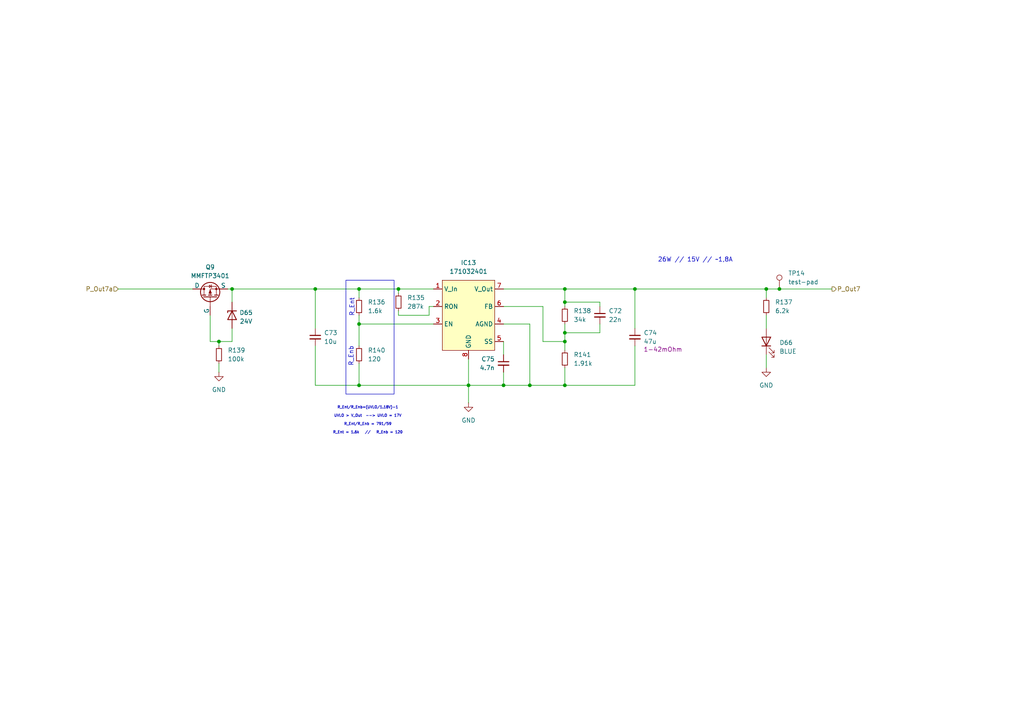
<source format=kicad_sch>
(kicad_sch (version 20231120) (generator "eeschema") (generator_version "8.0")
  (paper "A4")
  (title_block (title "PDU FT25") (date "2024-11-23") (rev "V1.1") (company "Janek Herm") (comment 1 "FaSTTUBe Electronics"))
  (lib_symbols
    (symbol "Connector:TestPoint" (pin_numbers hide) (pin_names (offset 0.762) hide)
      (property "Reference" "TP" (at 0 6.858 0))
      (property "Value" "TestPoint" (at 0 5.08 0))
      (symbol "TestPoint_0_1"
        (circle (center 0 3.302) (radius 0.762))
      )
      (symbol "TestPoint_1_1"
        (pin passive line (at 0 0 90) (length 2.54) (name "1") (number "1"))
      )
    )
    (symbol "Device:C_Small" (pin_numbers hide) (pin_names (offset 0.254) hide)
      (property "Reference" "C" (at 0.254 1.778 0))
      (property "Value" "C_Small" (at 0.254 -2.032 0))
      (symbol "C_Small_0_1"
        (polyline (pts (xy -1.524 -0.508) (xy 1.524 -0.508)) (stroke (width 0.3302)))
        (polyline (pts (xy -1.524 0.508) (xy 1.524 0.508)) (stroke (width 0.3048)))
      )
      (symbol "C_Small_1_1"
        (pin passive line (at 0 2.54 270) (length 2.032) (name "~") (number "1"))
        (pin passive line (at 0 -2.54 90) (length 2.032) (name "~") (number "2"))
      )
    )
    (symbol "Device:D_Zener" (pin_numbers hide) (pin_names (offset 1.016) hide)
      (property "Reference" "D" (at 0 2.54 0))
      (property "Value" "D_Zener" (at 0 -2.54 0))
      (symbol "D_Zener_0_1"
        (polyline (pts (xy 1.27 0) (xy -1.27 0)))
        (polyline (pts (xy -1.27 -1.27) (xy -1.27 1.27) (xy -0.762 1.27)) (stroke (width 0.254)))
        (polyline (pts (xy 1.27 -1.27) (xy 1.27 1.27) (xy -1.27 0) (xy 1.27 -1.27)) (stroke (width 0.254)))
      )
      (symbol "D_Zener_1_1"
        (pin passive line (at -3.81 0 0) (length 2.54) (name "K") (number "1"))
        (pin passive line (at 3.81 0 180) (length 2.54) (name "A") (number "2"))
      )
    )
    (symbol "Device:LED" (pin_numbers hide) (pin_names (offset 1.016) hide)
      (property "Reference" "D" (at 0 2.54 0))
      (property "Value" "LED" (at 0 -2.54 0))
      (symbol "LED_0_1"
        (polyline (pts (xy -1.27 -1.27) (xy -1.27 1.27)) (stroke (width 0.254)))
        (polyline (pts (xy -1.27 0) (xy 1.27 0)))
        (polyline (pts (xy 1.27 -1.27) (xy 1.27 1.27) (xy -1.27 0) (xy 1.27 -1.27)) (stroke (width 0.254)))
        (polyline (pts (xy -3.048 -0.762) (xy -4.572 -2.286) (xy -3.81 -2.286) (xy -4.572 -2.286) (xy -4.572 -1.524)))
        (polyline (pts (xy -1.778 -0.762) (xy -3.302 -2.286) (xy -2.54 -2.286) (xy -3.302 -2.286) (xy -3.302 -1.524)))
      )
      (symbol "LED_1_1"
        (pin passive line (at -3.81 0 0) (length 2.54) (name "K") (number "1"))
        (pin passive line (at 3.81 0 180) (length 2.54) (name "A") (number "2"))
      )
    )
    (symbol "Device:R_Small" (pin_numbers hide) (pin_names (offset 0.254) hide)
      (property "Reference" "R" (at 0.762 0.508 0))
      (property "Value" "R_Small" (at 0.762 -1.016 0))
      (symbol "R_Small_0_1"
        (rectangle (start -0.762 1.778) (end 0.762 -1.778) (stroke (width 0.2032)))
      )
      (symbol "R_Small_1_1"
        (pin passive line (at 0 2.54 270) (length 0.762) (name "~") (number "1"))
        (pin passive line (at 0 -2.54 90) (length 0.762) (name "~") (number "2"))
      )
    )
    (symbol "FaSTTUBe_Voltage_Regulators:171032401"
      (property "Reference" "IC" (at 0.254 8.636 0))
      (property "Value" "171032401" (at 0.508 6.604 0))
      (symbol "171032401_1_1"
        (rectangle (start -7.62 5.08) (end 7.62 -15.24) (fill (type background)))
        (pin passive line (at -10.16 2.54 0) (length 2.54) (name "V_In") (number "1"))
        (pin passive line (at -10.16 -2.54 0) (length 2.54) (name "RON") (number "2"))
        (pin passive line (at -10.16 -7.62 0) (length 2.54) (name "EN") (number "3"))
        (pin power_in line (at 10.16 -7.62 180) (length 2.54) (name "AGND") (number "4"))
        (pin passive line (at 10.16 -12.7 180) (length 2.54) (name "SS") (number "5"))
        (pin passive line (at 10.16 -2.54 180) (length 2.54) (name "FB") (number "6"))
        (pin power_out line (at 10.16 2.54 180) (length 2.54) (name "V_Out") (number "7"))
        (pin power_in line (at 0 -17.78 90) (length 2.54) (name "GND") (number "8"))
      )
    )
    (symbol "Simulation_SPICE:PMOS" (pin_numbers hide) (pin_names (offset 0))
      (property "Reference" "Q" (at 5.08 1.27 0))
      (property "Value" "PMOS" (at 5.08 -1.27 0))
      (symbol "PMOS_0_1"
        (polyline (pts (xy 0.254 0) (xy -2.54 0)))
        (polyline (pts (xy 0.254 1.905) (xy 0.254 -1.905)) (stroke (width 0.254)))
        (polyline (pts (xy 0.762 -1.27) (xy 0.762 -2.286)) (stroke (width 0.254)))
        (polyline (pts (xy 0.762 0.508) (xy 0.762 -0.508)) (stroke (width 0.254)))
        (polyline (pts (xy 0.762 2.286) (xy 0.762 1.27)) (stroke (width 0.254)))
        (polyline (pts (xy 2.54 2.54) (xy 2.54 1.778)))
        (polyline (pts (xy 2.54 -2.54) (xy 2.54 0) (xy 0.762 0)))
        (polyline (pts (xy 0.762 1.778) (xy 3.302 1.778) (xy 3.302 -1.778) (xy 0.762 -1.778)))
        (polyline (pts (xy 2.286 0) (xy 1.27 0.381) (xy 1.27 -0.381) (xy 2.286 0)) (fill (type outline)))
        (polyline (pts (xy 2.794 -0.508) (xy 2.921 -0.381) (xy 3.683 -0.381) (xy 3.81 -0.254)))
        (polyline (pts (xy 3.302 -0.381) (xy 2.921 0.254) (xy 3.683 0.254) (xy 3.302 -0.381)))
        (circle (center 1.651 0) (radius 2.794) (stroke (width 0.254)))
        (circle (center 2.54 -1.778) (radius 0.254) (fill (type outline)))
        (circle (center 2.54 1.778) (radius 0.254) (fill (type outline)))
      )
      (symbol "PMOS_1_1"
        (pin passive line (at 2.54 5.08 270) (length 2.54) (name "D") (number "1"))
        (pin input line (at -5.08 0 0) (length 2.54) (name "G") (number "2"))
        (pin passive line (at 2.54 -5.08 90) (length 2.54) (name "S") (number "3"))
      )
    )
    (symbol "power:GND" (power) (pin_numbers hide) (pin_names (offset 0) hide)
      (property "Value" "GND" (at 0 -3.81 0))
      (symbol "GND_0_1"
        (polyline (pts (xy 0 0) (xy 0 -1.27) (xy 1.27 -1.27) (xy 0 -2.54) (xy -1.27 -1.27) (xy 0 -1.27)))
      )
      (symbol "GND_1_1"
        (pin power_in line (at 0 0 270) (length 0) (name "~") (number "1"))
      )
    )
  )
  (junction (at 184.15 83.82))
  (junction (at 163.83 111.76))
  (junction (at 163.83 87.63))
  (junction (at 222.25 83.82))
  (junction (at 104.14 111.76))
  (junction (at 163.83 83.82))
  (junction (at 153.67 111.76))
  (junction (at 115.57 83.82))
  (junction (at 163.83 96.52))
  (junction (at 104.14 93.98))
  (junction (at 163.83 99.06))
  (junction (at 226.06 83.82))
  (junction (at 91.44 83.82))
  (junction (at 135.89 111.76))
  (junction (at 104.14 83.82))
  (junction (at 63.5 99.06))
  (junction (at 67.31 83.82))
  (junction (at 146.05 111.76))
  (wire (pts (xy 104.14 83.82) (xy 104.14 86.36)))
  (wire (pts (xy 146.05 88.9) (xy 157.48 88.9)))
  (wire (pts (xy 222.25 102.87) (xy 222.25 106.68)))
  (wire (pts (xy 104.14 93.98) (xy 125.73 93.98)))
  (wire (pts (xy 163.83 106.68) (xy 163.83 111.76)))
  (wire (pts (xy 146.05 111.76) (xy 135.89 111.76)))
  (wire (pts (xy 124.46 91.44) (xy 124.46 88.9)))
  (wire (pts (xy 184.15 100.33) (xy 184.15 111.76)))
  (wire (pts (xy 163.83 99.06) (xy 163.83 101.6)))
  (wire (pts (xy 91.44 111.76) (xy 104.14 111.76)))
  (wire (pts (xy 153.67 111.76) (xy 163.83 111.76)))
  (wire (pts (xy 115.57 91.44) (xy 124.46 91.44)))
  (wire (pts (xy 146.05 93.98) (xy 153.67 93.98)))
  (wire (pts (xy 104.14 111.76) (xy 135.89 111.76)))
  (wire (pts (xy 163.83 83.82) (xy 184.15 83.82)))
  (wire (pts (xy 153.67 93.98) (xy 153.67 111.76)))
  (wire (pts (xy 157.48 99.06) (xy 163.83 99.06)))
  (wire (pts (xy 163.83 96.52) (xy 163.83 99.06)))
  (wire (pts (xy 146.05 111.76) (xy 153.67 111.76)))
  (wire (pts (xy 222.25 83.82) (xy 226.06 83.82)))
  (wire (pts (xy 163.83 87.63) (xy 173.99 87.63)))
  (wire (pts (xy 222.25 91.44) (xy 222.25 95.25)))
  (wire (pts (xy 60.96 91.44) (xy 60.96 99.06)))
  (wire (pts (xy 115.57 83.82) (xy 125.73 83.82)))
  (wire (pts (xy 135.89 111.76) (xy 135.89 116.84)))
  (wire (pts (xy 226.06 83.82) (xy 241.3 83.82)))
  (wire (pts (xy 66.04 83.82) (xy 67.31 83.82)))
  (wire (pts (xy 124.46 88.9) (xy 125.73 88.9)))
  (wire (pts (xy 146.05 99.06) (xy 146.05 102.87)))
  (wire (pts (xy 173.99 96.52) (xy 163.83 96.52)))
  (wire (pts (xy 34.29 83.82) (xy 55.88 83.82)))
  (wire (pts (xy 63.5 105.41) (xy 63.5 107.95)))
  (wire (pts (xy 67.31 83.82) (xy 67.31 87.63)))
  (wire (pts (xy 146.05 107.95) (xy 146.05 111.76)))
  (wire (pts (xy 163.83 87.63) (xy 163.83 88.9)))
  (wire (pts (xy 104.14 105.41) (xy 104.14 111.76)))
  (wire (pts (xy 104.14 91.44) (xy 104.14 93.98)))
  (wire (pts (xy 67.31 83.82) (xy 91.44 83.82)))
  (wire (pts (xy 63.5 100.33) (xy 63.5 99.06)))
  (wire (pts (xy 115.57 83.82) (xy 115.57 85.09)))
  (wire (pts (xy 222.25 83.82) (xy 222.25 86.36)))
  (wire (pts (xy 184.15 83.82) (xy 222.25 83.82)))
  (wire (pts (xy 104.14 83.82) (xy 115.57 83.82)))
  (wire (pts (xy 163.83 93.98) (xy 163.83 96.52)))
  (wire (pts (xy 163.83 111.76) (xy 184.15 111.76)))
  (wire (pts (xy 67.31 95.25) (xy 67.31 99.06)))
  (wire (pts (xy 173.99 93.98) (xy 173.99 96.52)))
  (wire (pts (xy 67.31 99.06) (xy 63.5 99.06)))
  (wire (pts (xy 173.99 87.63) (xy 173.99 88.9)))
  (wire (pts (xy 91.44 83.82) (xy 104.14 83.82)))
  (wire (pts (xy 135.89 104.14) (xy 135.89 111.76)))
  (wire (pts (xy 184.15 83.82) (xy 184.15 95.25)))
  (wire (pts (xy 115.57 91.44) (xy 115.57 90.17)))
  (wire (pts (xy 60.96 99.06) (xy 63.5 99.06)))
  (wire (pts (xy 91.44 100.33) (xy 91.44 111.76)))
  (wire (pts (xy 104.14 93.98) (xy 104.14 100.33)))
  (wire (pts (xy 91.44 83.82) (xy 91.44 95.25)))
  (wire (pts (xy 157.48 88.9) (xy 157.48 99.06)))
  (wire (pts (xy 163.83 83.82) (xy 163.83 87.63)))
  (wire (pts (xy 146.05 83.82) (xy 163.83 83.82)))
  (rectangle (start 100.33 81.28) (end 114.3 114.3))
  (text "R_Ent" (at 102.108 89.154 90) (effects (font (size 1.27 1.27))))
  (text "R_Ent/R_Enb=(UVLO/1.18V)-1\n\nUVLO > V_Out  --> UVLO = 17V\n\nR_Ent/R_Enb = 791/59\n\nR_Ent = 1.6k   //   R_Enb = 120" (at 106.68 117.856 0) (effects (font (size 0.75 0.75)) (justify top)))
  (text "26W // 15V // ~1,8A" (at 201.676 75.438 0) (effects (font (size 1.27 1.27))))
  (text "R_Enb" (at 101.854 103.378 90) (effects (font (size 1.27 1.27))))
  (hierarchical_label "P_Out7" (shape output) (at 241.3 83.82 0))
  (hierarchical_label "P_Out7a" (shape input) (at 34.29 83.82 180))
  (symbol (lib_id "Device:R_Small") (at 163.83 104.14 0) (unit 1)
    (property "Reference" "R141" (at 166.37 102.8699 0) (effects (justify left)))
    (property "Value" "1.91k" (at 166.37 105.4099 0) (effects (justify left)))
    (property "Footprint" "Resistor_SMD:R_0805_2012Metric" (effects (hide yes)))
    (property "Description" "Resistor, small symbol" (effects (hide yes)))
  )
  (symbol (lib_id "Device:D_Zener") (at 67.31 91.44 90) (mirror x) (unit 1)
    (property "Reference" "D65" (at 71.374 90.678 90))
    (property "Value" "24V" (at 71.374 93.218 90))
    (property "Footprint" "3SMAJ5934B-TP:DIOM5226X244N" (effects (hide yes)))
    (property "Datasheet" "https://www.mouser.de/datasheet/2/258/3SMAJ5918B_3SMAJ5956B_SMA_-3423242.pdf" (effects (hide yes)))
    (property "Description" "Zener diode" (effects (hide yes)))
    (property "MPR" "3SMAJ5934B-TP" (effects (hide yes)))
  )
  (symbol (lib_id "FaSTTUBe_Voltage_Regulators:171032401") (at 135.89 86.36 0) (unit 1)
    (property "Reference" "IC13" (at 135.89 76.2 0))
    (property "Value" "171032401" (at 135.89 78.74 0))
    (property "Footprint" "171032401:171032401" (effects (hide yes)))
    (property "Datasheet" "https://www.we-online.com/components/products/datasheet/171032401.pdf" (effects (hide yes)))
  )
  (symbol (lib_id "power:GND") (at 63.5 107.95 0) (unit 1)
    (property "Reference" "#PWR0193" (effects (hide yes)))
    (property "Value" "GND" (at 63.5 113.03 0))
    (property "Description" "Power symbol creates a global label with name \"GND\" , ground" (effects (hide yes)))
  )
  (symbol (lib_id "Device:C_Small") (at 91.44 97.79 0) (unit 1)
    (property "Reference" "C73" (at 93.98 96.5262 0) (effects (justify left)))
    (property "Value" "10u" (at 93.98 99.0662 0) (effects (justify left)))
    (property "Footprint" "Capacitor_SMD:C_1206_3216Metric" (effects (hide yes)))
    (property "Description" "Unpolarized capacitor, small symbol" (effects (hide yes)))
  )
  (symbol (lib_id "power:GND") (at 222.25 106.68 0) (unit 1)
    (property "Reference" "#PWR0192" (effects (hide yes)))
    (property "Value" "GND" (at 222.25 111.76 0))
    (property "Description" "Power symbol creates a global label with name \"GND\" , ground" (effects (hide yes)))
  )
  (symbol (lib_id "Device:LED") (at 222.25 99.06 90) (unit 1)
    (property "Reference" "D66" (at 226.06 99.3774 90) (effects (justify right)))
    (property "Value" "BLUE" (at 226.06 101.9174 90) (effects (justify right)))
    (property "Footprint" "LED_SMD:LED_0603_1608Metric" (effects (hide yes)))
    (property "Datasheet" "https://www.we-online.com/components/products/datasheet/150060BS75000.pdf" (effects (hide yes)))
    (property "Description" "Light emitting diode" (effects (hide yes)))
    (property "MPR" "150060BS75000" (effects (hide yes)))
  )
  (symbol (lib_id "Device:R_Small") (at 63.5 102.87 0) (unit 1)
    (property "Reference" "R139" (at 66.04 101.5999 0) (effects (justify left)))
    (property "Value" "100k" (at 66.04 104.1399 0) (effects (justify left)))
    (property "Footprint" "Resistor_SMD:R_0603_1608Metric" (effects (hide yes)))
    (property "Description" "Resistor, small symbol" (effects (hide yes)))
  )
  (symbol (lib_id "power:GND") (at 135.89 116.84 0) (unit 1)
    (property "Reference" "#PWR0194" (effects (hide yes)))
    (property "Value" "GND" (at 135.89 121.92 0))
    (property "Description" "Power symbol creates a global label with name \"GND\" , ground" (effects (hide yes)))
  )
  (symbol (lib_id "Device:R_Small") (at 104.14 88.9 0) (unit 1)
    (property "Reference" "R136" (at 106.68 87.6299 0) (effects (justify left)))
    (property "Value" "1.6k" (at 106.68 90.1699 0) (effects (justify left)))
    (property "Footprint" "Resistor_SMD:R_0805_2012Metric" (effects (hide yes)))
    (property "Description" "Resistor, small symbol" (effects (hide yes)))
  )
  (symbol (lib_id "Device:R_Small") (at 222.25 88.9 0) (unit 1)
    (property "Reference" "R137" (at 224.79 87.6299 0) (effects (justify left)))
    (property "Value" "6.2k" (at 224.79 90.1699 0) (effects (justify left)))
    (property "Footprint" "Resistor_SMD:R_0603_1608Metric" (effects (hide yes)))
    (property "Description" "Resistor, small symbol" (effects (hide yes)))
  )
  (symbol (lib_id "Device:C_Small") (at 184.15 97.79 0) (unit 1)
    (property "Reference" "C74" (at 186.69 96.5262 0) (effects (justify left)))
    (property "Value" "47u" (at 186.69 99.0662 0) (effects (justify left)))
    (property "Footprint" "Capacitor_SMD:C_1206_3216Metric" (effects (hide yes)))
    (property "Description" "Unpolarized capacitor, small symbol" (effects (hide yes)))
    (property "Resistance" "1-42mOhm" (at 192.278 101.346 0))
  )
  (symbol (lib_id "Device:R_Small") (at 104.14 102.87 0) (unit 1)
    (property "Reference" "R140" (at 106.68 101.5999 0) (effects (justify left)))
    (property "Value" "120" (at 106.68 104.1399 0) (effects (justify left)))
    (property "Footprint" "Resistor_SMD:R_0805_2012Metric" (effects (hide yes)))
    (property "Description" "Resistor, small symbol" (effects (hide yes)))
  )
  (symbol (lib_id "Device:C_Small") (at 173.99 91.44 0) (unit 1)
    (property "Reference" "C72" (at 176.53 90.1762 0) (effects (justify left)))
    (property "Value" "22n" (at 176.53 92.7162 0) (effects (justify left)))
    (property "Footprint" "Capacitor_SMD:C_0805_2012Metric" (effects (hide yes)))
    (property "Description" "Unpolarized capacitor, small symbol" (effects (hide yes)))
  )
  (symbol (lib_id "Device:R_Small") (at 163.83 91.44 0) (unit 1)
    (property "Reference" "R138" (at 166.37 90.1699 0) (effects (justify left)))
    (property "Value" "34k" (at 166.37 92.7099 0) (effects (justify left)))
    (property "Footprint" "Resistor_SMD:R_0805_2012Metric" (effects (hide yes)))
    (property "Description" "Resistor, small symbol" (effects (hide yes)))
  )
  (symbol (lib_id "Device:C_Small") (at 146.05 105.41 0) (mirror y) (unit 1)
    (property "Reference" "C75" (at 143.51 104.1462 0) (effects (justify left)))
    (property "Value" "4.7n" (at 143.51 106.6862 0) (effects (justify left)))
    (property "Footprint" "Capacitor_SMD:C_0805_2012Metric" (effects (hide yes)))
    (property "Description" "Unpolarized capacitor, small symbol" (effects (hide yes)))
  )
  (symbol (lib_id "Simulation_SPICE:PMOS") (at 60.96 86.36 90) (unit 1)
    (property "Reference" "Q9" (at 60.96 77.47 90))
    (property "Value" "MMFTP3401" (at 60.96 80.01 90))
    (property "Footprint" "Package_TO_SOT_SMD:SOT-23" (effects (hide yes)))
    (property "Datasheet" "https://diotec.com/request/datasheet/mmftp3401.pdf" (effects (hide yes)))
    (property "Description" "P-MOSFET transistor, drain/source/gate" (effects (hide yes)))
    (property "Sim.Device" "PMOS" (effects (hide yes)))
    (property "Sim.Type" "VDMOS" (effects (hide yes)))
    (property "Sim.Pins" "1=D 2=G 3=S" (effects (hide yes)))
  )
  (symbol (lib_id "Connector:TestPoint") (at 226.06 83.82 0) (unit 1)
    (property "Reference" "TP14" (at 228.6 79.2479 0) (effects (justify left)))
    (property "Value" "test-pad" (at 228.6 81.7879 0) (effects (justify left)))
    (property "Footprint" "5025:5025" (effects (hide yes)))
    (property "Description" "test point" (effects (hide yes)))
  )
  (symbol (lib_id "Device:R_Small") (at 115.57 87.63 0) (unit 1)
    (property "Reference" "R135" (at 118.11 86.3599 0) (effects (justify left)))
    (property "Value" "287k" (at 118.11 88.8999 0) (effects (justify left)))
    (property "Footprint" "Resistor_SMD:R_0805_2012Metric" (effects (hide yes)))
    (property "Description" "Resistor, small symbol" (effects (hide yes)))
  )
)
</source>
